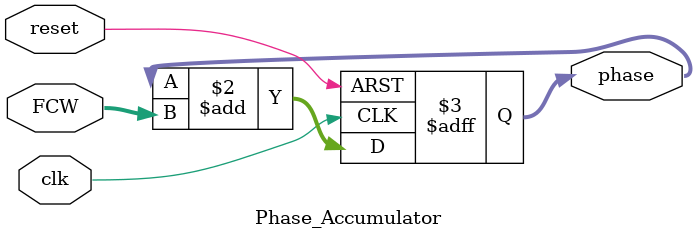
<source format=v>
`timescale 1ns / 1ps

module Phase_Accumulator(
    input clk, reset, 
    input [23:0] FCW,            // Frequency Control Word
    output reg [23:0] phase      // Phase output 
    );
    
    always @(posedge clk or posedge reset) begin
        if(reset) begin
            phase <= 24'b0;
        end
        else begin
            phase <= phase + FCW; // Accumulates phase and wraps around automatically
        end    
    end
endmodule

</source>
